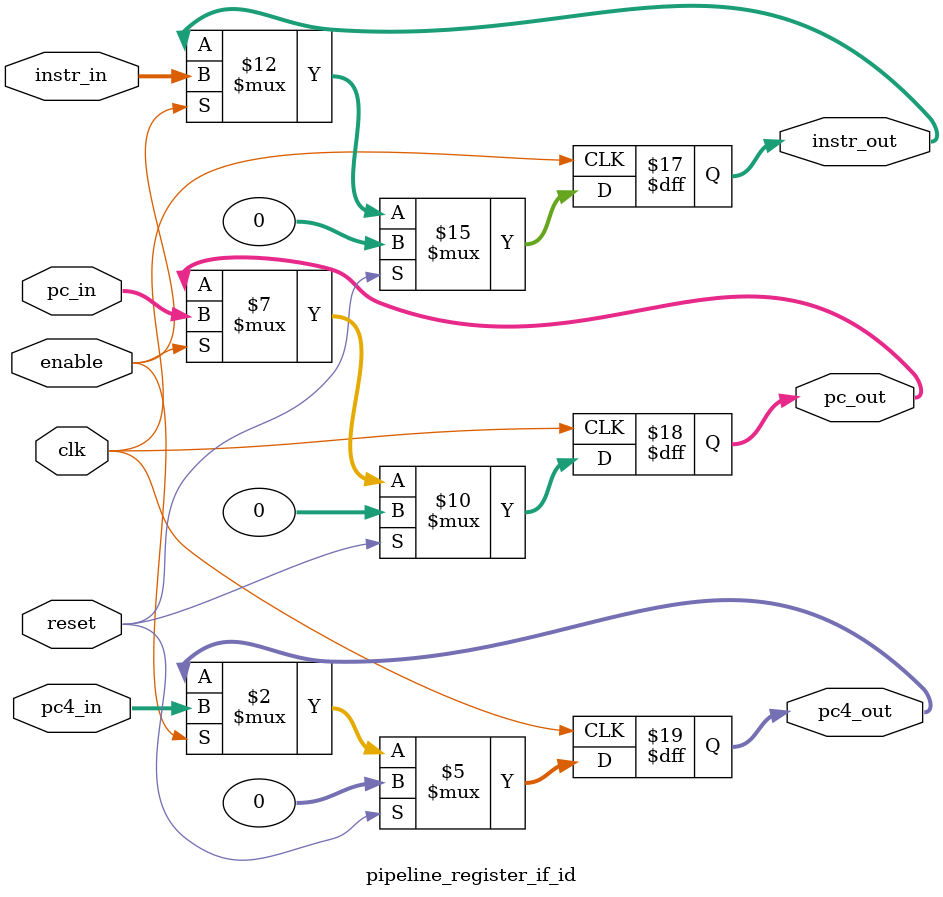
<source format=sv>
module pipeline_register_if_id(
    input logic clk,
    input logic reset,
    input logic enable,
    input logic[31:0] instr_in,
    input logic[31:0] pc_in,
    input logic[31:0] pc4_in, // stands for pc + 4
    output logic[31:0] instr_out,
    output logic[31:0] pc_out,
    output logic[31:0] pc4_out // stands for pc + 4
);

    always_ff @(posedge clk) begin
        if(reset) begin
            instr_out <= 32'b0;
            pc_out <= 32'b0;
            pc4_out <= 32'b0;
        end
        else if(enable) begin
            instr_out <= instr_in;
            pc_out <= pc_in;
            pc4_out <= pc4_in;
        end
    end
endmodule
</source>
